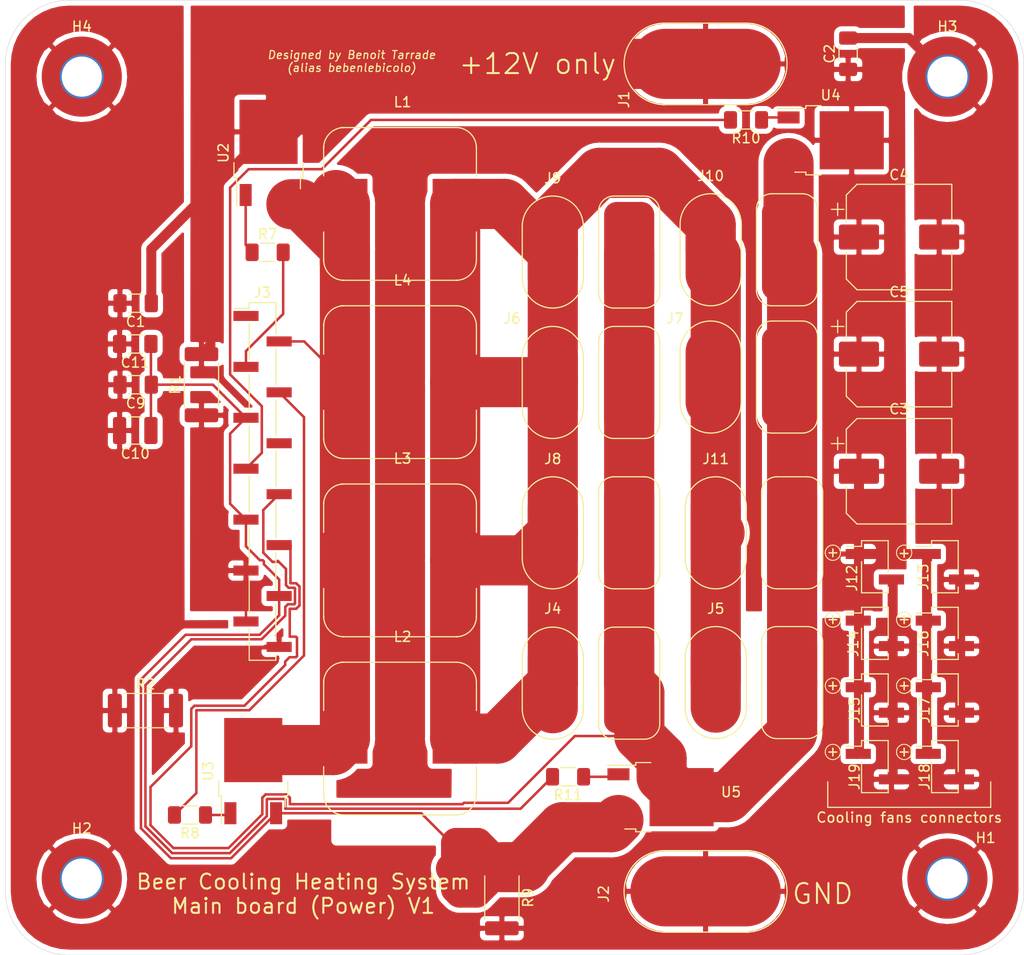
<source format=kicad_pcb>
(kicad_pcb (version 20171130) (host pcbnew 5.1.10)
  (layers (0 F.Cu signal) (31 B.Cu signal) (35 F.Paste user) (37 F.SilkS user) (38 B.Mask user) (39 F.Mask user) (44 Edge.Cuts user))
  (net 0 "")
  (net 1 GND)
  (net 2 +12V)
  (net 3 /ALS)
  (net 4 /PeltierLeft)
  (net 5 /AHO)
  (net 6 "Net-(R7-Pad1)")
  (net 7 /ALO)
  (net 8 "Net-(R8-Pad1)")
  (net 9 /BHO)
  (net 10 "Net-(R10-Pad1)")
  (net 11 /BLO)
  (net 12 "Net-(R11-Pad1)")
  (net 13 /BHS)
  (net 14 "Net-(J3-Pad6)")
  (net 15 /AHS)
  (net 16 "Net-(J3-Pad1)")
  (module Connector_PinHeader_2.54mm:PinHeader_1x02_P2.54mm_Vertical_SMD_Pin1Left (layer F.Cu) (at 245.491 115.824)
    (fp_text reference J19 (at -2.032 1.016 90) (layer F.SilkS))
    (fp_text value Conn_01x02)
    (pad 2 smd rect (at 1.655 1.27) (size 2.51 1) (layers F.Cu F.Paste F.Mask) (net 1 GND))
    (pad 1 smd rect (at -1.655 -1.27) (size 2.51 1) (layers F.Cu F.Paste F.Mask) (net 2 +12V))
  )
  (module Connector_PinHeader_2.54mm:PinHeader_1x02_P2.54mm_Vertical_SMD_Pin1Left (layer F.Cu) (at 252.476 115.824)
    (fp_text reference J18 (at -2.032 1.016 90) (layer F.SilkS))
    (fp_text value Conn_01x02)
    (pad 2 smd rect (at 1.655 1.27) (size 2.51 1) (layers F.Cu F.Paste F.Mask) (net 1 GND))
    (pad 1 smd rect (at -1.655 -1.27) (size 2.51 1) (layers F.Cu F.Paste F.Mask) (net 2 +12V))
  )
  (module Connector_PinHeader_2.54mm:PinHeader_1x02_P2.54mm_Vertical_SMD_Pin1Left (layer F.Cu) (at 252.476 109.177666)
    (fp_text reference J17 (at -2.032 1.016 90) (layer F.SilkS))
    (fp_text value Conn_01x02)
    (pad 2 smd rect (at 1.655 1.27) (size 2.51 1) (layers F.Cu F.Paste F.Mask) (net 1 GND))
    (pad 1 smd rect (at -1.655 -1.27) (size 2.51 1) (layers F.Cu F.Paste F.Mask) (net 2 +12V))
  )
  (module Connector_PinHeader_2.54mm:PinHeader_1x02_P2.54mm_Vertical_SMD_Pin1Left (layer F.Cu) (at 252.476 102.531333)
    (fp_text reference J16 (at -2.159 1.016 90) (layer F.SilkS))
    (fp_text value Conn_01x02)
    (pad 2 smd rect (at 1.655 1.27) (size 2.51 1) (layers F.Cu F.Paste F.Mask) (net 1 GND))
    (pad 1 smd rect (at -1.655 -1.27) (size 2.51 1) (layers F.Cu F.Paste F.Mask) (net 2 +12V))
  )
  (module Connector_PinHeader_2.54mm:PinHeader_1x02_P2.54mm_Vertical_SMD_Pin1Left (layer F.Cu) (at 245.491 109.177666)
    (fp_text reference J15 (at -2.032 1.016 90) (layer F.SilkS))
    (fp_text value Conn_01x02)
    (pad 2 smd rect (at 1.655 1.27) (size 2.51 1) (layers F.Cu F.Paste F.Mask) (net 1 GND))
    (pad 1 smd rect (at -1.655 -1.27) (size 2.51 1) (layers F.Cu F.Paste F.Mask) (net 2 +12V))
  )
  (module Connector_PinHeader_2.54mm:PinHeader_1x02_P2.54mm_Vertical_SMD_Pin1Left (layer F.Cu) (at 245.491 102.531333)
    (fp_text reference J14 (at -2.159 1.016 90) (layer F.SilkS))
    (fp_text value Conn_01x02)
    (pad 2 smd rect (at 1.655 1.27) (size 2.51 1) (layers F.Cu F.Paste F.Mask) (net 1 GND))
    (pad 1 smd rect (at -1.655 -1.27) (size 2.51 1) (layers F.Cu F.Paste F.Mask) (net 2 +12V))
  )
  (module Connector_PinHeader_2.54mm:PinHeader_1x02_P2.54mm_Vertical_SMD_Pin1Left (layer F.Cu) (at 252.476 95.885)
    (fp_text reference J13 (at -2.159 1.016 90) (layer F.SilkS))
    (fp_text value Conn_01x02)
    (pad 2 smd rect (at 1.655 1.27) (size 2.51 1) (layers F.Cu F.Paste F.Mask) (net 1 GND))
    (pad 1 smd rect (at -1.655 -1.27) (size 2.51 1) (layers F.Cu F.Paste F.Mask) (net 2 +12V))
  )
  (module Connector_PinHeader_2.54mm:PinHeader_1x02_P2.54mm_Vertical_SMD_Pin1Left (layer F.Cu) (at 245.491 95.885)
    (fp_text reference J12 (at -2.286 1.143 90) (layer F.SilkS))
    (fp_text value Conn_01x02)
    (pad 2 smd rect (at 1.655 1.27) (size 2.51 1) (layers F.Cu F.Paste F.Mask) (net 1 GND))
    (pad 1 smd rect (at -1.655 -1.27) (size 2.51 1) (layers F.Cu F.Paste F.Mask) (net 2 +12V))
  )
  (module Capacitor_SMD:CP_Elec_10x10 (layer F.Cu) (at 247.904 62.992)
    (fp_text reference C4 (at 0 -6.2) (layer F.SilkS))
    (fp_text value 470uF)
    (pad 2 smd roundrect (at 4 0) (size 4 2.5) (layers F.Cu F.Paste F.Mask) (roundrect_rratio 0.1) (net 1 GND))
    (pad 1 smd roundrect (at -4 0) (size 4 2.5) (layers F.Cu F.Paste F.Mask) (roundrect_rratio 0.1) (net 2 +12V))
  )
  (module Capacitor_SMD:CP_Elec_10x10 (layer F.Cu) (at 247.904 74.676)
    (fp_text reference C5 (at 0 -6.2) (layer F.SilkS))
    (fp_text value 470uF)
    (pad 2 smd roundrect (at 4 0) (size 4 2.5) (layers F.Cu F.Paste F.Mask) (roundrect_rratio 0.1) (net 1 GND))
    (pad 1 smd roundrect (at -4 0) (size 4 2.5) (layers F.Cu F.Paste F.Mask) (roundrect_rratio 0.1) (net 2 +12V))
  )
  (module Capacitor_SMD:CP_Elec_10x10 (layer F.Cu) (at 247.904 86.36)
    (fp_text reference C3 (at 0 -6.2) (layer F.SilkS))
    (fp_text value 470uF)
    (pad 2 smd roundrect (at 4 0) (size 4 2.5) (layers F.Cu F.Paste F.Mask) (roundrect_rratio 0.1) (net 1 GND))
    (pad 1 smd roundrect (at -4 0) (size 4 2.5) (layers F.Cu F.Paste F.Mask) (roundrect_rratio 0.1) (net 2 +12V))
  )
  (module Resistor_SMD:R_2512_6332Metric_Pad1.40x3.35mm_HandSolder (layer F.Cu) (at 172.72 110.236)
    (fp_text reference R2 (at 0 -2.62) (layer F.SilkS))
    (fp_text value 0)
    (pad 2 smd roundrect (at 3.05 0) (size 1.4 3.35) (layers F.Cu F.Paste F.Mask) (roundrect_rratio 0.1785707142857143) (net 1 GND))
    (pad 1 smd roundrect (at -3.05 0) (size 1.4 3.35) (layers F.Cu F.Paste F.Mask) (roundrect_rratio 0.1785707142857143) (net 1 GND))
  )
  (module Resistor_SMD:R_2512_6332Metric_Pad1.40x3.35mm_HandSolder (layer F.Cu) (at 178.308 77.724 90)
    (fp_text reference R1 (at 0 -2.62 90) (layer F.SilkS))
    (fp_text value 0)
    (pad 2 smd roundrect (at 3.05 0 90) (size 1.4 3.35) (layers F.Cu F.Paste F.Mask) (roundrect_rratio 0.1785707142857143) (net 2 +12V))
    (pad 1 smd roundrect (at -3.05 0 90) (size 1.4 3.35) (layers F.Cu F.Paste F.Mask) (roundrect_rratio 0.1785707142857143) (net 2 +12V))
  )
  (module Capacitor_SMD:C_1206_3216Metric_Pad1.33x1.80mm_HandSolder (layer F.Cu) (at 171.704 73.66 180)
    (fp_text reference C11 (at 0 -1.85) (layer F.SilkS))
    (fp_text value 1nF)
    (pad 2 smd roundrect (at 1.5625 0 180) (size 1.325 1.8) (layers F.Cu F.Paste F.Mask) (roundrect_rratio 0.1886784905660377) (net 1 GND))
    (pad 1 smd roundrect (at -1.5625 0 180) (size 1.325 1.8) (layers F.Cu F.Paste F.Mask) (roundrect_rratio 0.1886784905660377) (net 3 /ALS))
  )
  (module Capacitor_SMD:C_1210_3225Metric_Pad1.33x2.70mm_HandSolder (layer F.Cu) (at 171.704 82.296 180)
    (fp_text reference C10 (at 0 -2.3) (layer F.SilkS))
    (fp_text value 22nF)
    (pad 2 smd roundrect (at 1.5625 0 180) (size 1.325 2.7) (layers F.Cu F.Paste F.Mask) (roundrect_rratio 0.1886784905660377) (net 1 GND))
    (pad 1 smd roundrect (at -1.5625 0 180) (size 1.325 2.7) (layers F.Cu F.Paste F.Mask) (roundrect_rratio 0.1886784905660377) (net 3 /ALS))
  )
  (module Capacitor_SMD:C_1206_3216Metric_Pad1.33x1.80mm_HandSolder (layer F.Cu) (at 171.7425 77.724 180)
    (fp_text reference C9 (at 0 -1.85) (layer F.SilkS))
    (fp_text value 1nF)
    (pad 2 smd roundrect (at 1.5625 0 180) (size 1.325 1.8) (layers F.Cu F.Paste F.Mask) (roundrect_rratio 0.1886784905660377) (net 1 GND))
    (pad 1 smd roundrect (at -1.5625 0 180) (size 1.325 1.8) (layers F.Cu F.Paste F.Mask) (roundrect_rratio 0.1886784905660377) (net 3 /ALS))
  )
  (module Capacitor_SMD:C_1206_3216Metric_Pad1.33x1.80mm_HandSolder (layer F.Cu) (at 171.7425 69.596 180)
    (fp_text reference C1 (at 0 -1.85) (layer F.SilkS))
    (fp_text value 100nF)
    (pad 2 smd roundrect (at 1.5625 0 180) (size 1.325 1.8) (layers F.Cu F.Paste F.Mask) (roundrect_rratio 0.1886784905660377) (net 1 GND))
    (pad 1 smd roundrect (at -1.5625 0 180) (size 1.325 1.8) (layers F.Cu F.Paste F.Mask) (roundrect_rratio 0.1886784905660377) (net 2 +12V))
  )
  (module Connector_PinHeader_2.54mm:PinHeader_1x14_P2.54mm_Vertical_SMD_Pin1Left (layer F.Cu) (at 184.404 87.376)
    (fp_text reference J3 (at 0 -18.84) (layer F.SilkS))
    (fp_text value Conn_01x14)
    (pad 14 smd rect (at 1.655 16.51) (size 2.51 1) (layers F.Cu F.Paste F.Mask) (net 1 GND))
    (pad 12 smd rect (at 1.655 11.43) (size 2.51 1) (layers F.Cu F.Paste F.Mask) (net 3 /ALS))
    (pad 10 smd rect (at 1.655 6.35) (size 2.51 1) (layers F.Cu F.Paste F.Mask) (net 13 /BHS))
    (pad 8 smd rect (at 1.655 1.27) (size 2.51 1) (layers F.Cu F.Paste F.Mask) (net 11 /BLO))
    (pad 6 smd rect (at 1.655 -3.81) (size 2.51 1) (layers F.Cu F.Paste F.Mask) (net 14 "Net-(J3-Pad6)"))
    (pad 4 smd rect (at 1.655 -8.89) (size 2.51 1) (layers F.Cu F.Paste F.Mask) (net 7 /ALO))
    (pad 2 smd rect (at 1.655 -13.97) (size 2.51 1) (layers F.Cu F.Paste F.Mask) (net 15 /AHS))
    (pad 13 smd rect (at -1.655 13.97) (size 2.51 1) (layers F.Cu F.Paste F.Mask) (net 2 +12V))
    (pad 11 smd rect (at -1.655 8.89) (size 2.51 1) (layers F.Cu F.Paste F.Mask) (net 2 +12V))
    (pad 9 smd rect (at -1.655 3.81) (size 2.51 1) (layers F.Cu F.Paste F.Mask) (net 3 /ALS))
    (pad 7 smd rect (at -1.655 -1.27) (size 2.51 1) (layers F.Cu F.Paste F.Mask) (net 9 /BHO))
    (pad 5 smd rect (at -1.655 -6.35) (size 2.51 1) (layers F.Cu F.Paste F.Mask) (net 3 /ALS))
    (pad 3 smd rect (at -1.655 -11.43) (size 2.51 1) (layers F.Cu F.Paste F.Mask) (net 5 /AHO))
    (pad 1 smd rect (at -1.655 -16.51) (size 2.51 1) (layers F.Cu F.Paste F.Mask) (net 16 "Net-(J3-Pad1)"))
  )
  (module MountingHole:MountingHole_4mm_Pad_TopOnly (layer F.Cu) (at 252.73 46.99)
    (fp_text reference H3 (at 0 -5) (layer F.SilkS))
    (fp_text value MountingHole_Pad)
    (pad 1 connect circle (at 0 0) (size 8 8) (layers F.Cu F.Mask) (net 1 GND))
    (pad 1 thru_hole circle (at 0 0) (size 4.4 4.4) (drill 4) (layers *.Cu *.Mask) (net 1 GND))
  )
  (module MountingHole:MountingHole_4mm_Pad_TopOnly (layer F.Cu) (at 166.37 46.99)
    (fp_text reference H4 (at 0 -5) (layer F.SilkS))
    (fp_text value MountingHole_Pad)
    (pad 1 connect circle (at 0 0) (size 8 8) (layers F.Cu F.Mask) (net 1 GND))
    (pad 1 thru_hole circle (at 0 0) (size 4.4 4.4) (drill 4) (layers *.Cu *.Mask) (net 1 GND))
  )
  (module MountingHole:MountingHole_4mm_Pad_TopOnly (layer F.Cu) (at 166.37 127)
    (fp_text reference H2 (at 0 -5) (layer F.SilkS))
    (fp_text value MountingHole_Pad)
    (pad 1 connect circle (at 0 0) (size 8 8) (layers F.Cu F.Mask) (net 1 GND))
    (pad 1 thru_hole circle (at 0 0) (size 4.4 4.4) (drill 4) (layers *.Cu *.Mask) (net 1 GND))
  )
  (module MountingHole:MountingHole_4mm_Pad_TopOnly (layer F.Cu) (at 252.73 127)
    (fp_text reference H1 (at 3.81 -4.064) (layer F.SilkS))
    (fp_text value MountingHole_Pad)
    (pad 1 connect circle (at 0 0) (size 8 8) (layers F.Cu F.Mask) (net 1 GND))
    (pad 1 thru_hole circle (at 0 0) (size 4.4 4.4) (drill 4) (layers *.Cu *.Mask) (net 1 GND))
  )
  (module Package_TO_SOT_SMD:TO-252-2 (layer F.Cu) (at 224.111 118.871)
    (fp_text reference U5 (at 7.029 -0.507) (layer F.SilkS))
    (fp_text value STD80N6F6)
    (pad 2 smd rect (at 2.1 0) (size 6.4 5.8) (layers F.Cu F.Mask) (net 13 /BHS))
    (pad 3 smd rect (at -4.2 2.28) (size 2.2 1.2) (layers F.Cu F.Paste F.Mask) (net 3 /ALS))
    (pad 1 smd rect (at -4.2 -2.28) (size 2.2 1.2) (layers F.Cu F.Paste F.Mask) (net 12 "Net-(R11-Pad1)"))
  )
  (module Package_TO_SOT_SMD:TO-252-2 (layer F.Cu) (at 241.081 53.341)
    (fp_text reference U4 (at 0 -4.5) (layer F.SilkS))
    (fp_text value STD80N6F6)
    (pad 2 smd rect (at 2.1 0) (size 6.4 5.8) (layers F.Cu F.Mask) (net 2 +12V))
    (pad 3 smd rect (at -4.2 2.28) (size 2.2 1.2) (layers F.Cu F.Paste F.Mask) (net 13 /BHS))
    (pad 1 smd rect (at -4.2 -2.28) (size 2.2 1.2) (layers F.Cu F.Paste F.Mask) (net 10 "Net-(R10-Pad1)"))
  )
  (module Package_TO_SOT_SMD:TO-252-2 (layer F.Cu) (at 183.475 116.275 90)
    (fp_text reference U3 (at 0 -4.5 90) (layer F.SilkS))
    (fp_text value STD80N6F6)
    (pad 2 smd rect (at 2.1 0 90) (size 6.4 5.8) (layers F.Cu F.Mask) (net 15 /AHS))
    (pad 3 smd rect (at -4.2 2.28 90) (size 2.2 1.2) (layers F.Cu F.Paste F.Mask) (net 3 /ALS))
    (pad 1 smd rect (at -4.2 -2.28 90) (size 2.2 1.2) (layers F.Cu F.Paste F.Mask) (net 8 "Net-(R8-Pad1)"))
  )
  (module Package_TO_SOT_SMD:TO-252-2 (layer F.Cu) (at 185 54.6 90)
    (fp_text reference U2 (at 0 -4.5 90) (layer F.SilkS))
    (fp_text value STD80N6F6)
    (pad 2 smd rect (at 2.1 0 90) (size 6.4 5.8) (layers F.Cu F.Mask) (net 2 +12V))
    (pad 3 smd rect (at -4.2 2.28 90) (size 2.2 1.2) (layers F.Cu F.Paste F.Mask) (net 15 /AHS))
    (pad 1 smd rect (at -4.2 -2.28 90) (size 2.2 1.2) (layers F.Cu F.Paste F.Mask) (net 6 "Net-(R7-Pad1)"))
  )
  (module Resistor_SMD:R_1206_3216Metric_Pad1.30x1.75mm_HandSolder (layer F.Cu) (at 214.884 116.84 180)
    (fp_text reference R11 (at 0 -1.82) (layer F.SilkS))
    (fp_text value 3.3)
    (pad 2 smd roundrect (at 1.55 0 180) (size 1.3 1.75) (layers F.Cu F.Paste F.Mask) (roundrect_rratio 0.1923076923076923) (net 11 /BLO))
    (pad 1 smd roundrect (at -1.55 0 180) (size 1.3 1.75) (layers F.Cu F.Paste F.Mask) (roundrect_rratio 0.1923076923076923) (net 12 "Net-(R11-Pad1)"))
  )
  (module Resistor_SMD:R_1206_3216Metric_Pad1.30x1.75mm_HandSolder (layer F.Cu) (at 232.638 51.308 180)
    (fp_text reference R10 (at 0 -1.82) (layer F.SilkS))
    (fp_text value 3.3)
    (pad 2 smd roundrect (at 1.55 0 180) (size 1.3 1.75) (layers F.Cu F.Paste F.Mask) (roundrect_rratio 0.1923076923076923) (net 9 /BHO))
    (pad 1 smd roundrect (at -1.55 0 180) (size 1.3 1.75) (layers F.Cu F.Paste F.Mask) (roundrect_rratio 0.1923076923076923) (net 10 "Net-(R10-Pad1)"))
  )
  (module Resistor_SMD:R_2512_6332Metric_Pad1.40x3.35mm_HandSolder (layer F.Cu) (at 208.28 128.905 270)
    (fp_text reference R9 (at 0 -2.62 90) (layer F.SilkS))
    (fp_text value 0.01)
    (pad 2 smd roundrect (at 3.05 0 270) (size 1.4 3.35) (layers F.Cu F.Paste F.Mask) (roundrect_rratio 0.1785707142857143) (net 1 GND))
    (pad 1 smd roundrect (at -3.05 0 270) (size 1.4 3.35) (layers F.Cu F.Paste F.Mask) (roundrect_rratio 0.1785707142857143) (net 3 /ALS))
  )
  (module Resistor_SMD:R_1206_3216Metric_Pad1.30x1.75mm_HandSolder (layer F.Cu) (at 177.165 120.65 180)
    (fp_text reference R8 (at 0 -1.82) (layer F.SilkS))
    (fp_text value 3.3)
    (pad 2 smd roundrect (at 1.55 0 180) (size 1.3 1.75) (layers F.Cu F.Paste F.Mask) (roundrect_rratio 0.1923076923076923) (net 7 /ALO))
    (pad 1 smd roundrect (at -1.55 0 180) (size 1.3 1.75) (layers F.Cu F.Paste F.Mask) (roundrect_rratio 0.1923076923076923) (net 8 "Net-(R8-Pad1)"))
  )
  (module Resistor_SMD:R_1206_3216Metric_Pad1.30x1.75mm_HandSolder (layer F.Cu) (at 184.912 64.516)
    (fp_text reference R7 (at 0 -1.82) (layer F.SilkS))
    (fp_text value 3.3)
    (pad 2 smd roundrect (at 1.55 0) (size 1.3 1.75) (layers F.Cu F.Paste F.Mask) (roundrect_rratio 0.1923076923076923) (net 5 /AHO))
    (pad 1 smd roundrect (at -1.55 0) (size 1.3 1.75) (layers F.Cu F.Paste F.Mask) (roundrect_rratio 0.1923076923076923) (net 6 "Net-(R7-Pad1)"))
  )
  (module PeltierSwitchingMainBoard:L_Bourns_SRP1270 (layer F.Cu) (at 198.12 77.47)
    (fp_text reference L4 (at 0.254 -10.16) (layer F.SilkS))
    (fp_text value SRP1270-100M)
    (pad 2 smd rect (at 5.5 0) (size 4.5 5) (layers F.Cu F.Paste F.Mask) (net 4 /PeltierLeft))
    (pad 1 smd rect (at -5.5 0) (size 4.5 5) (layers F.Cu F.Paste F.Mask) (net 15 /AHS))
  )
  (module PeltierSwitchingMainBoard:L_Bourns_SRP1270 (layer F.Cu) (at 198.12 95.25)
    (fp_text reference L3 (at 0.254 -10.16) (layer F.SilkS))
    (fp_text value SRP1270-100M)
    (pad 2 smd rect (at 5.5 0) (size 4.5 5) (layers F.Cu F.Paste F.Mask) (net 4 /PeltierLeft))
    (pad 1 smd rect (at -5.5 0) (size 4.5 5) (layers F.Cu F.Paste F.Mask) (net 15 /AHS))
  )
  (module PeltierSwitchingMainBoard:L_Bourns_SRP1270 (layer F.Cu) (at 198.12 113.03)
    (fp_text reference L2 (at 0.254 -10.16) (layer F.SilkS))
    (fp_text value SRP1270-100M)
    (pad 2 smd rect (at 5.5 0) (size 4.5 5) (layers F.Cu F.Paste F.Mask) (net 4 /PeltierLeft))
    (pad 1 smd rect (at -5.5 0) (size 4.5 5) (layers F.Cu F.Paste F.Mask) (net 15 /AHS))
  )
  (module PeltierSwitchingMainBoard:L_Bourns_SRP1270 (layer F.Cu) (at 198.12 59.69)
    (fp_text reference L1 (at 0.254 -10.16) (layer F.SilkS))
    (fp_text value SRP1270-100M)
    (pad 2 smd rect (at 5.5 0) (size 4.5 5) (layers F.Cu F.Paste F.Mask) (net 4 /PeltierLeft))
    (pad 1 smd rect (at -5.5 0) (size 4.5 5) (layers F.Cu F.Paste F.Mask) (net 15 /AHS))
  )
  (module PeltierSwitchingMainBoard:Power_Solder_Pad_5x10mm_02 (layer F.Cu) (at 229.616 90.214)
    (fp_text reference J11 (at 0 -5.08) (layer F.SilkS))
    (fp_text value Conn_01x02)
    (pad 2 smd roundrect (at 7.62 2.286) (size 5 10) (layers F.Cu F.Paste F.Mask) (net 13 /BHS))
    (pad 1 smd oval (at 0 2.286) (size 5 10) (layers F.Cu F.Paste F.Mask) (net 4 /PeltierLeft))
  )
  (module PeltierSwitchingMainBoard:Power_Solder_Pad_5x10mm_02 (layer F.Cu) (at 229.108 61.976)
    (fp_text reference J10 (at 0 -5.08) (layer F.SilkS))
    (fp_text value Conn_01x02)
    (pad 2 smd roundrect (at 7.62 2.286) (size 5 10) (layers F.Cu F.Paste F.Mask) (net 13 /BHS))
    (pad 1 smd oval (at 0 2.286) (size 5 10) (layers F.Cu F.Paste F.Mask) (net 4 /PeltierLeft))
  )
  (module PeltierSwitchingMainBoard:Power_Solder_Pad_5x10mm_02 (layer F.Cu) (at 213.36 62.204)
    (fp_text reference J9 (at 0 -5.08) (layer F.SilkS))
    (fp_text value Conn_01x02)
    (pad 2 smd roundrect (at 7.62 2.286) (size 5 10) (layers F.Cu F.Paste F.Mask) (net 13 /BHS))
    (pad 1 smd oval (at 0 2.286) (size 5 10) (layers F.Cu F.Paste F.Mask) (net 4 /PeltierLeft))
  )
  (module PeltierSwitchingMainBoard:Power_Solder_Pad_5x10mm_02 (layer F.Cu) (at 213.36 90.214)
    (fp_text reference J8 (at 0 -5.08) (layer F.SilkS))
    (fp_text value Conn_01x02)
    (pad 2 smd roundrect (at 7.62 2.286) (size 5 10) (layers F.Cu F.Paste F.Mask) (net 13 /BHS))
    (pad 1 smd oval (at 0 2.286) (size 5 10) (layers F.Cu F.Paste F.Mask) (net 4 /PeltierLeft))
  )
  (module PeltierSwitchingMainBoard:Power_Solder_Pad_5x10mm_02 (layer F.Cu) (at 229.108 74.676)
    (fp_text reference J7 (at -3.556 -3.556) (layer F.SilkS))
    (fp_text value Conn_01x02)
    (pad 2 smd roundrect (at 7.62 2.286) (size 5 10) (layers F.Cu F.Paste F.Mask) (net 13 /BHS))
    (pad 1 smd oval (at 0 2.286) (size 5 10) (layers F.Cu F.Paste F.Mask) (net 4 /PeltierLeft))
  )
  (module PeltierSwitchingMainBoard:Power_Solder_Pad_5x10mm_02 (layer F.Cu) (at 213.36 75.214)
    (fp_text reference J6 (at -4.064 -4.094) (layer F.SilkS))
    (fp_text value Conn_01x02)
    (pad 2 smd roundrect (at 7.62 2.286) (size 5 10) (layers F.Cu F.Paste F.Mask) (net 13 /BHS))
    (pad 1 smd oval (at 0 2.286) (size 5 10) (layers F.Cu F.Paste F.Mask) (net 4 /PeltierLeft))
  )
  (module PeltierSwitchingMainBoard:Power_Solder_Pad_5x10mm_02 (layer F.Cu) (at 229.616 105.156)
    (fp_text reference J5 (at 0 -5.08) (layer F.SilkS))
    (fp_text value Conn_01x02)
    (pad 2 smd roundrect (at 7.62 2.286) (size 5 10) (layers F.Cu F.Paste F.Mask) (net 13 /BHS))
    (pad 1 smd oval (at 0 2.286) (size 5 10) (layers F.Cu F.Paste F.Mask) (net 4 /PeltierLeft))
  )
  (module PeltierSwitchingMainBoard:Power_Solder_Pad_5x10mm_02 (layer F.Cu) (at 213.36 105.214)
    (fp_text reference J4 (at 0 -5.138) (layer F.SilkS))
    (fp_text value Conn_01x02)
    (pad 2 smd roundrect (at 7.62 2.286) (size 5 10) (layers F.Cu F.Paste F.Mask) (net 13 /BHS))
    (pad 1 smd oval (at 0 2.286) (size 5 10) (layers F.Cu F.Paste F.Mask) (net 4 /PeltierLeft))
  )
  (module PeltierSwitchingMainBoard:Power_Solder_Pad_7x15mm (layer F.Cu) (at 232.918 128.27 270)
    (fp_text reference J2 (at 0.254 14.478 90) (layer F.SilkS))
    (fp_text value GNDIn)
    (pad 1 smd oval (at 0 4.318 270) (size 7 15) (layers F.Cu F.Paste F.Mask) (net 1 GND))
  )
  (module PeltierSwitchingMainBoard:Power_Solder_Pad_7x15mm (layer F.Cu) (at 224.282 45.72 90)
    (fp_text reference J1 (at -3.556 -3.81 90) (layer F.SilkS))
    (fp_text value +12VIn)
    (pad 1 smd oval (at 0 4.318 90) (size 7 15) (layers F.Cu F.Paste F.Mask) (net 2 +12V))
  )
  (module Capacitor_SMD:C_1206_3216Metric_Pad1.33x1.80mm_HandSolder (layer F.Cu) (at 242.824 44.704 90)
    (fp_text reference C2 (at 0 -1.85 90) (layer F.SilkS))
    (fp_text value 100nF)
    (pad 2 smd roundrect (at 1.5625 0 90) (size 1.325 1.8) (layers F.Cu F.Paste F.Mask) (roundrect_rratio 0.1886784905660377) (net 1 GND))
    (pad 1 smd roundrect (at -1.5625 0 90) (size 1.325 1.8) (layers F.Cu F.Paste F.Mask) (roundrect_rratio 0.1886784905660377) (net 2 +12V))
  )
  (gr_text "Designed by Benoit Tarrade\n(alias bebenlebicolo)" (at 193.294 45.466) (layer F.SilkS) (effects (font (size 0.8 0.8) (thickness 0.12) italic)))
  (gr_text "+12V only" (at 211.836 45.72) (layer F.SilkS) (effects (font (size 2 2) (thickness 0.2))))
  (gr_text GND (at 240.284 128.524) (layer F.SilkS) (effects (font (size 2 2) (thickness 0.2))))
  (gr_text "Beer Cooling Heating System\nMain board (Power) V1" (at 188.468 128.524) (layer F.SilkS) (effects (font (size 1.5 1.5) (thickness 0.2))))
  (gr_text "Cooling fans connectors" (at 248.92 120.904) (layer F.SilkS) (effects (font (size 1 1))))
  (gr_line (start 240.792 119.888) (end 240.792 117.348) (layer F.SilkS) (width 0.12))
  (gr_line (start 257.048 119.888) (end 240.792 119.888) (layer F.SilkS) (width 0.12))
  (gr_line (start 257.048 117.348) (end 257.048 119.888) (layer F.SilkS) (width 0.12))
  (gr_circle (center 248.412 114.3635) (end 249.174 114.3635) (layer F.SilkS) (width 0.1))
  (gr_circle (center 241.3 114.3635) (end 242.062 114.3635) (layer F.SilkS) (width 0.1))
  (gr_circle (center 241.3 107.7595) (end 242.062 107.7595) (layer F.SilkS) (width 0.1))
  (gr_circle (center 248.412 107.7595) (end 249.174 107.7595) (layer F.SilkS) (width 0.1))
  (gr_circle (center 248.412 101.1555) (end 249.174 101.1555) (layer F.SilkS) (width 0.1))
  (gr_circle (center 248.412 94.488) (end 249.174 94.488) (layer F.SilkS) (width 0.1))
  (gr_circle (center 241.3 101.1555) (end 242.062 101.1555) (layer F.SilkS) (width 0.1))
  (gr_circle (center 241.3 94.488) (end 242.062 94.488) (layer F.SilkS) (width 0.1))
  (gr_text + (at 248.412 94.488) (layer F.SilkS) (effects (font (size 1 1))))
  (gr_text + (at 241.3 94.4245) (layer F.SilkS) (effects (font (size 1 1))))
  (gr_text + (at 241.3 101.092) (layer F.SilkS) (effects (font (size 1 1))))
  (gr_text + (at 248.412 101.092) (layer F.SilkS) (effects (font (size 1 1))))
  (gr_text + (at 248.412 107.696) (layer F.SilkS) (effects (font (size 1 1))))
  (gr_text + (at 248.412 114.3) (layer F.SilkS) (effects (font (size 1 1))))
  (gr_text + (at 241.3 114.3) (layer F.SilkS) (effects (font (size 1 1))))
  (gr_text + (at 241.3 107.696) (layer F.SilkS) (effects (font (size 1 1))))
  (gr_line (start 260.35 128.27) (end 260.35 45.72) (layer Edge.Cuts) (width 0.05))
  (gr_line (start 165.1 134.62) (end 254 134.62) (layer Edge.Cuts) (width 0.05))
  (gr_line (start 158.75 45.72) (end 158.75 128.27) (layer Edge.Cuts) (width 0.05))
  (gr_arc (start 165.1 45.72) (end 165.1 39.37) (angle -90) (layer Edge.Cuts) (width 0.05))
  (gr_arc (start 165.1 128.27) (end 158.75 128.27) (angle -90) (layer Edge.Cuts) (width 0.05))
  (gr_arc (start 254 128.27) (end 254 134.62) (angle -90) (layer Edge.Cuts) (width 0.05))
  (gr_arc (start 254 45.72) (end 260.35 45.72) (angle -90) (layer Edge.Cuts) (width 0.05))
  (gr_line (start 165.1 39.37) (end 254 39.37) (layer Edge.Cuts) (width 0.05))
  (segment (start 248.8815 43.1415) (end 252.73 46.99) (width 1) (layer F.Cu) (net 1))
  (segment (start 242.824 43.1415) (end 248.8815 43.1415) (width 1) (layer F.Cu) (net 1))
  (segment (start 247.268 116.84) (end 247.014 117.094) (width 1) (layer F.Cu) (net 1))
  (segment (start 247.268 97.155) (end 247.268 116.84) (width 1) (layer F.Cu) (net 1))
  (segment (start 247.014 117.094) (end 254.126 117.094) (width 1) (layer F.Cu) (net 1))
  (segment (start 253.999 116.967) (end 254.126 117.094) (width 1) (layer F.Cu) (net 1))
  (segment (start 253.999 97.282) (end 253.999 116.967) (width 1) (layer F.Cu) (net 1))
  (segment (start 191.78 45.72) (end 228.6 45.72) (width 5) (layer F.Cu) (net 2))
  (segment (start 185 52.5) (end 191.78 45.72) (width 5) (layer F.Cu) (net 2))
  (segment (start 173.305 69.596) (end 173.305 64.195) (width 1) (layer F.Cu) (net 2))
  (segment (start 182.749 96.266) (end 182.749 101.346) (width 0.25) (layer F.Cu) (net 2))
  (segment (start 179.202 73.78) (end 178.308 74.674) (width 1) (layer F.Cu) (net 2))
  (segment (start 179.202 58.298) (end 179.202 73.78) (width 1) (layer F.Cu) (net 2))
  (segment (start 173.305 64.195) (end 179.202 58.298) (width 1) (layer F.Cu) (net 2))
  (segment (start 179.202 58.298) (end 185 52.5) (width 1) (layer F.Cu) (net 2))
  (segment (start 243.904 114.364) (end 243.714 114.554) (width 1) (layer F.Cu) (net 2))
  (segment (start 243.904 86.36) (end 243.904 114.364) (width 1) (layer F.Cu) (net 2))
  (segment (start 250.572 94.615) (end 250.699 94.742) (width 1) (layer F.Cu) (net 2))
  (segment (start 243.968 94.615) (end 250.572 94.615) (width 1) (layer F.Cu) (net 2))
  (segment (start 250.699 114.427) (end 250.826 114.554) (width 1) (layer F.Cu) (net 2))
  (segment (start 250.699 94.742) (end 250.699 114.427) (width 1) (layer F.Cu) (net 2))
  (segment (start 203.331 125.855) (end 203.202 125.984) (width 3) (layer F.Cu) (net 3))
  (segment (start 208.28 125.855) (end 205.869 123.444) (width 3) (layer F.Cu) (net 3))
  (segment (start 205.869 123.444) (end 203.708 123.444) (width 3) (layer F.Cu) (net 3))
  (segment (start 208.28 125.855) (end 205.74 128.395) (width 3) (layer F.Cu) (net 3))
  (segment (start 205.74 128.395) (end 204.087 128.395) (width 3) (layer F.Cu) (net 3))
  (segment (start 203.708 128.016) (end 204.087 128.395) (width 3) (layer F.Cu) (net 3))
  (segment (start 203.708 123.444) (end 203.708 128.016) (width 3) (layer F.Cu) (net 3))
  (segment (start 203.202 125.984) (end 204.216 125.984) (width 0.25) (layer F.Cu) (net 3))
  (segment (start 214.32903 121.86999) (end 219.19201 121.86999) (width 5) (layer F.Cu) (net 3))
  (segment (start 210.57999 125.61903) (end 214.32903 121.86999) (width 5) (layer F.Cu) (net 3))
  (segment (start 219.19201 121.86999) (end 219.911 121.151) (width 5) (layer F.Cu) (net 3))
  (segment (start 210.57999 125.855) (end 210.57999 125.61903) (width 5) (layer F.Cu) (net 3))
  (segment (start 208.28 125.855) (end 210.57999 125.855) (width 5) (layer F.Cu) (net 3))
  (segment (start 173.2665 73.66) (end 173.2665 82.296) (width 0.25) (layer F.Cu) (net 3))
  (segment (start 179.447 77.724) (end 182.749 81.026) (width 0.25) (layer F.Cu) (net 3))
  (segment (start 173.305 77.724) (end 179.447 77.724) (width 0.25) (layer F.Cu) (net 3))
  (segment (start 200.231 120.475) (end 205.611 125.855) (width 0.25) (layer F.Cu) (net 3))
  (segment (start 185.755 120.475) (end 200.231 120.475) (width 0.25) (layer F.Cu) (net 3))
  (segment (start 205.611 125.855) (end 203.331 125.855) (width 3) (layer F.Cu) (net 3))
  (segment (start 208.28 125.855) (end 205.611 125.855) (width 3) (layer F.Cu) (net 3))
  (segment (start 181.168999 82.606001) (end 181.168999 89.605999) (width 0.25) (layer F.Cu) (net 3))
  (segment (start 181.168999 89.605999) (end 182.749 91.186) (width 0.25) (layer F.Cu) (net 3))
  (segment (start 182.749 81.026) (end 181.168999 82.606001) (width 0.25) (layer F.Cu) (net 3))
  (segment (start 184.140999 95.240999) (end 182.749 93.849) (width 0.25) (layer F.Cu) (net 3))
  (segment (start 184.529001 95.345999) (end 184.424001 95.240999) (width 0.25) (layer F.Cu) (net 3))
  (segment (start 182.749 93.849) (end 182.749 91.186) (width 0.25) (layer F.Cu) (net 3))
  (segment (start 184.424001 95.240999) (end 184.140999 95.240999) (width 0.25) (layer F.Cu) (net 3))
  (segment (start 184.529001 95.629001) (end 184.529001 95.345999) (width 0.25) (layer F.Cu) (net 3))
  (segment (start 186.059 97.159) (end 184.529001 95.629001) (width 0.25) (layer F.Cu) (net 3))
  (segment (start 186.059 98.806) (end 186.059 97.159) (width 0.25) (layer F.Cu) (net 3))
  (segment (start 181.262 124.968) (end 185.755 120.475) (width 0.25) (layer F.Cu) (net 3))
  (segment (start 175.26 124.968) (end 181.262 124.968) (width 0.25) (layer F.Cu) (net 3))
  (segment (start 172.269989 121.977989) (end 175.26 124.968) (width 0.25) (layer F.Cu) (net 3))
  (segment (start 176.726011 102.673989) (end 172.269989 107.130011) (width 0.25) (layer F.Cu) (net 3))
  (segment (start 184.121013 102.673989) (end 176.726011 102.673989) (width 0.25) (layer F.Cu) (net 3))
  (segment (start 186.059 100.736002) (end 184.121013 102.673989) (width 0.25) (layer F.Cu) (net 3))
  (segment (start 172.269989 107.130011) (end 172.269989 121.977989) (width 0.25) (layer F.Cu) (net 3))
  (segment (start 186.059 98.806) (end 186.059 100.736002) (width 0.25) (layer F.Cu) (net 3))
  (segment (start 229.88 92.38) (end 230 92.5) (width 5) (layer F.Cu) (net 4))
  (segment (start 229.616 64.77) (end 229.108 64.262) (width 5) (layer F.Cu) (net 4))
  (segment (start 229.616 107.442) (end 229.616 64.77) (width 5) (layer F.Cu) (net 4))
  (segment (start 213.36 61.241) (end 213.36 64.49) (width 5) (layer F.Cu) (net 4))
  (segment (start 218.01101 56.58999) (end 213.36 61.241) (width 5) (layer F.Cu) (net 4))
  (segment (start 223.94899 56.58999) (end 218.01101 56.58999) (width 5) (layer F.Cu) (net 4))
  (segment (start 229.108 61.749) (end 223.94899 56.58999) (width 5) (layer F.Cu) (net 4))
  (segment (start 229.108 64.262) (end 229.108 61.749) (width 5) (layer F.Cu) (net 4))
  (segment (start 213.36 64.49) (end 213.36 107.5) (width 5) (layer F.Cu) (net 4))
  (segment (start 203.62 59.69) (end 203.62 113.03) (width 5) (layer F.Cu) (net 4))
  (segment (start 210.61 95.25) (end 213.36 92.5) (width 5) (layer F.Cu) (net 4))
  (segment (start 203.62 95.25) (end 210.61 95.25) (width 5) (layer F.Cu) (net 4))
  (segment (start 207.83 113.03) (end 213.36 107.5) (width 5) (layer F.Cu) (net 4))
  (segment (start 203.62 113.03) (end 207.83 113.03) (width 5) (layer F.Cu) (net 4))
  (segment (start 213.33 77.47) (end 213.36 77.5) (width 5) (layer F.Cu) (net 4))
  (segment (start 203.62 77.47) (end 213.33 77.47) (width 5) (layer F.Cu) (net 4))
  (segment (start 208.56 59.69) (end 213.36 64.49) (width 5) (layer F.Cu) (net 4))
  (segment (start 203.62 59.69) (end 208.56 59.69) (width 5) (layer F.Cu) (net 4))
  (segment (start 186.462 70.662998) (end 186.462 64.516) (width 0.25) (layer F.Cu) (net 5))
  (segment (start 182.749 74.375998) (end 186.462 70.662998) (width 0.25) (layer F.Cu) (net 5))
  (segment (start 182.749 75.946) (end 182.749 74.375998) (width 0.25) (layer F.Cu) (net 5))
  (segment (start 182.72 63.77159) (end 183.413205 64.464795) (width 0.25) (layer F.Cu) (net 6))
  (segment (start 182.72 58.8) (end 182.72 63.77159) (width 0.25) (layer F.Cu) (net 6))
  (segment (start 177.8 118.465) (end 175.615 120.65) (width 0.25) (layer F.Cu) (net 7))
  (segment (start 177.8 110.199988) (end 177.8 118.465) (width 0.25) (layer F.Cu) (net 7))
  (segment (start 188.539023 104.74239) (end 183.081425 110.199988) (width 0.25) (layer F.Cu) (net 7))
  (segment (start 183.081425 110.199988) (end 177.8 110.199988) (width 0.25) (layer F.Cu) (net 7))
  (segment (start 188.539023 80.966023) (end 188.539023 104.74239) (width 0.25) (layer F.Cu) (net 7))
  (segment (start 186.059 78.486) (end 188.539023 80.966023) (width 0.25) (layer F.Cu) (net 7))
  (segment (start 181.02 120.65) (end 181.195 120.475) (width 0.25) (layer F.Cu) (net 8))
  (segment (start 178.715 120.65) (end 181.02 120.65) (width 0.25) (layer F.Cu) (net 8))
  (segment (start 195.226834 51.308) (end 231.088 51.308) (width 0.25) (layer F.Cu) (net 9))
  (segment (start 190.309833 56.225001) (end 195.226834 51.308) (width 0.25) (layer F.Cu) (net 9))
  (segment (start 183.009997 56.225001) (end 190.309833 56.225001) (width 0.25) (layer F.Cu) (net 9))
  (segment (start 181.168999 58.065999) (end 183.009997 56.225001) (width 0.25) (layer F.Cu) (net 9))
  (segment (start 184.329001 79.866003) (end 181.168999 76.706001) (width 0.25) (layer F.Cu) (net 9))
  (segment (start 181.168999 76.706001) (end 181.168999 58.065999) (width 0.25) (layer F.Cu) (net 9))
  (segment (start 184.329001 84.525999) (end 184.329001 79.866003) (width 0.25) (layer F.Cu) (net 9))
  (segment (start 182.749 86.106) (end 184.329001 84.525999) (width 0.25) (layer F.Cu) (net 9))
  (segment (start 234.435 51.061) (end 234.188 51.308) (width 0.25) (layer F.Cu) (net 10))
  (segment (start 236.881 51.061) (end 234.435 51.061) (width 0.25) (layer F.Cu) (net 10))
  (segment (start 184.478999 90.226001) (end 186.059 88.646) (width 0.25) (layer F.Cu) (net 11))
  (segment (start 184.478999 94.486001) (end 184.478999 90.226001) (width 0.25) (layer F.Cu) (net 11))
  (segment (start 185.394294 95.401296) (end 184.478999 94.486001) (width 0.25) (layer F.Cu) (net 11))
  (segment (start 186.030704 95.401296) (end 185.394294 95.401296) (width 0.25) (layer F.Cu) (net 11))
  (segment (start 186.030704 95.401296) (end 185.928 95.298592) (width 0.25) (layer F.Cu) (net 11))
  (segment (start 210.14901 120.02499) (end 210.299 119.875) (width 0.25) (layer F.Cu) (net 11))
  (segment (start 186.680001 120.02499) (end 210.14901 120.02499) (width 0.25) (layer F.Cu) (net 11))
  (segment (start 186.615001 119.049999) (end 186.680001 119.114999) (width 0.25) (layer F.Cu) (net 11))
  (segment (start 210.299 119.875) (end 213.334 116.84) (width 0.25) (layer F.Cu) (net 11))
  (segment (start 184.829999 119.114999) (end 184.894999 119.049999) (width 0.25) (layer F.Cu) (net 11))
  (segment (start 175.38841 124.46) (end 181.13359 124.46) (width 0.25) (layer F.Cu) (net 11))
  (segment (start 172.72 107.696) (end 172.72 121.79159) (width 0.25) (layer F.Cu) (net 11))
  (segment (start 186.680001 119.114999) (end 186.680001 120.02499) (width 0.25) (layer F.Cu) (net 11))
  (segment (start 186.030704 95.401296) (end 186.738979 96.109571) (width 0.25) (layer F.Cu) (net 11))
  (segment (start 187.00259 97.980999) (end 187.574001 97.980999) (width 0.25) (layer F.Cu) (net 11))
  (segment (start 184.894999 119.049999) (end 186.615001 119.049999) (width 0.25) (layer F.Cu) (net 11))
  (segment (start 187.574001 97.980999) (end 187.639001 98.045999) (width 0.25) (layer F.Cu) (net 11))
  (segment (start 184.829999 120.763591) (end 184.829999 119.114999) (width 0.25) (layer F.Cu) (net 11))
  (segment (start 184.307413 103.124) (end 177.292 103.124) (width 0.25) (layer F.Cu) (net 11))
  (segment (start 187.639001 98.045999) (end 187.639001 99.566001) (width 0.25) (layer F.Cu) (net 11))
  (segment (start 187.639001 99.566001) (end 187.574001 99.631001) (width 0.25) (layer F.Cu) (net 11))
  (segment (start 186.738979 97.717388) (end 187.00259 97.980999) (width 0.25) (layer F.Cu) (net 11))
  (segment (start 187.574001 99.631001) (end 186.931567 99.631001) (width 0.25) (layer F.Cu) (net 11))
  (segment (start 186.931567 99.631001) (end 186.667956 99.894612) (width 0.25) (layer F.Cu) (net 11))
  (segment (start 172.72 121.79159) (end 175.38841 124.46) (width 0.25) (layer F.Cu) (net 11))
  (segment (start 186.738979 96.109571) (end 186.738979 97.717388) (width 0.25) (layer F.Cu) (net 11))
  (segment (start 186.667956 99.894612) (end 186.667956 100.763457) (width 0.25) (layer F.Cu) (net 11))
  (segment (start 186.667956 100.763457) (end 184.307413 103.124) (width 0.25) (layer F.Cu) (net 11))
  (segment (start 181.13359 124.46) (end 184.829999 120.763591) (width 0.25) (layer F.Cu) (net 11))
  (segment (start 177.292 103.124) (end 172.72 107.696) (width 0.25) (layer F.Cu) (net 11))
  (segment (start 219.662 116.84) (end 219.911 116.591) (width 0.25) (layer F.Cu) (net 12))
  (segment (start 216.434 116.84) (end 219.662 116.84) (width 0.25) (layer F.Cu) (net 12))
  (segment (start 220.98 64.49) (end 220.98 107.5) (width 5) (layer F.Cu) (net 13))
  (segment (start 237.236 64.77) (end 236.728 64.262) (width 5) (layer F.Cu) (net 13))
  (segment (start 237.236 107.442) (end 237.236 64.77) (width 5) (layer F.Cu) (net 13))
  (segment (start 236.881 64.109) (end 236.728 64.262) (width 5) (layer F.Cu) (net 13))
  (segment (start 236.881 55.621) (end 236.881 64.109) (width 5) (layer F.Cu) (net 13))
  (segment (start 237.236 112.442) (end 237.236 107.442) (width 5) (layer F.Cu) (net 13))
  (segment (start 230.807 118.871) (end 237.236 112.442) (width 5) (layer F.Cu) (net 13))
  (segment (start 226.211 118.871) (end 230.807 118.871) (width 5) (layer F.Cu) (net 13))
  (segment (start 221.996 108.516) (end 220.98 107.5) (width 5) (layer F.Cu) (net 13))
  (segment (start 221.996 112.776) (end 221.996 108.516) (width 5) (layer F.Cu) (net 13))
  (segment (start 224.21599 114.99599) (end 221.996 112.776) (width 5) (layer F.Cu) (net 13))
  (segment (start 224.21599 116.87599) (end 224.21599 114.99599) (width 5) (layer F.Cu) (net 13))
  (segment (start 226.211 118.871) (end 224.21599 116.87599) (width 5) (layer F.Cu) (net 13))
  (segment (start 187.18899 93.726) (end 186.059 93.726) (width 0.25) (layer F.Cu) (net 13))
  (segment (start 187.18899 97.530988) (end 187.18899 93.726) (width 0.25) (layer F.Cu) (net 13))
  (segment (start 181.00518 123.952) (end 175.51682 123.952) (width 0.25) (layer F.Cu) (net 13))
  (segment (start 184.379988 120.577192) (end 181.00518 123.952) (width 0.25) (layer F.Cu) (net 13))
  (segment (start 184.379988 118.928599) (end 184.379988 120.577192) (width 0.25) (layer F.Cu) (net 13))
  (segment (start 187.130012 118.928599) (end 186.801401 118.599988) (width 0.25) (layer F.Cu) (net 13))
  (segment (start 184.708599 118.599988) (end 184.379988 118.928599) (width 0.25) (layer F.Cu) (net 13))
  (segment (start 187.760401 97.530988) (end 187.18899 97.530988) (width 0.25) (layer F.Cu) (net 13))
  (segment (start 187.130012 119.574979) (end 187.130012 118.928599) (width 0.25) (layer F.Cu) (net 13))
  (segment (start 215.55981 112.776) (end 208.897821 119.437989) (width 0.25) (layer F.Cu) (net 13))
  (segment (start 186.659402 105.349189) (end 187.097591 104.911001) (width 0.25) (layer F.Cu) (net 13))
  (segment (start 186.801401 118.599988) (end 184.708599 118.599988) (width 0.25) (layer F.Cu) (net 13))
  (segment (start 187.097591 104.911001) (end 187.734001 104.911001) (width 0.25) (layer F.Cu) (net 13))
  (segment (start 188.089012 99.752401) (end 188.089012 97.859599) (width 0.25) (layer F.Cu) (net 13))
  (segment (start 204.496646 119.437989) (end 204.359656 119.574979) (width 0.25) (layer F.Cu) (net 13))
  (segment (start 173.228 121.66318) (end 173.228 117.856) (width 0.25) (layer F.Cu) (net 13))
  (segment (start 177.6136 109.749977) (end 182.601203 109.749977) (width 0.25) (layer F.Cu) (net 13))
  (segment (start 188.089012 97.859599) (end 187.760401 97.530988) (width 0.25) (layer F.Cu) (net 13))
  (segment (start 204.359656 119.574979) (end 187.130012 119.574979) (width 0.25) (layer F.Cu) (net 13))
  (segment (start 173.228 117.856) (end 177.292 113.792) (width 0.25) (layer F.Cu) (net 13))
  (segment (start 182.601203 109.749977) (end 186.659402 105.691778) (width 0.25) (layer F.Cu) (net 13))
  (segment (start 177.292 110.071577) (end 177.6136 109.749977) (width 0.25) (layer F.Cu) (net 13))
  (segment (start 186.659402 105.691778) (end 186.659402 105.349189) (width 0.25) (layer F.Cu) (net 13))
  (segment (start 175.51682 123.952) (end 173.228 121.66318) (width 0.25) (layer F.Cu) (net 13))
  (segment (start 187.760401 100.081012) (end 188.089012 99.752401) (width 0.25) (layer F.Cu) (net 13))
  (segment (start 221.996 112.776) (end 215.55981 112.776) (width 0.25) (layer F.Cu) (net 13))
  (segment (start 187.734001 104.911001) (end 187.839001 104.806001) (width 0.25) (layer F.Cu) (net 13))
  (segment (start 177.292 113.792) (end 177.292 110.071577) (width 0.25) (layer F.Cu) (net 13))
  (segment (start 187.839001 104.806001) (end 187.839001 102.965999) (width 0.25) (layer F.Cu) (net 13))
  (segment (start 187.839001 102.965999) (end 187.734001 102.860999) (width 0.25) (layer F.Cu) (net 13))
  (segment (start 208.897821 119.437989) (end 204.496646 119.437989) (width 0.25) (layer F.Cu) (net 13))
  (segment (start 187.734001 102.860999) (end 187.117967 102.860999) (width 0.25) (layer F.Cu) (net 13))
  (segment (start 187.117967 102.860999) (end 187.117967 100.081012) (width 0.25) (layer F.Cu) (net 13))
  (segment (start 187.117967 100.081012) (end 187.760401 100.081012) (width 0.25) (layer F.Cu) (net 13))
  (segment (start 191.475 114.175) (end 192.62 113.03) (width 5) (layer F.Cu) (net 15))
  (segment (start 183.475 114.175) (end 191.475 114.175) (width 5) (layer F.Cu) (net 15))
  (segment (start 191.73 58.8) (end 192.62 59.69) (width 5) (layer F.Cu) (net 15))
  (segment (start 188.20101 59.72101) (end 187.28 59.72101) (width 5) (layer F.Cu) (net 15))
  (segment (start 192.62 64.14) (end 188.20101 59.72101) (width 5) (layer F.Cu) (net 15))
  (segment (start 192.62 65.62) (end 192.62 64.14) (width 5) (layer F.Cu) (net 15))
  (segment (start 192.62 59.69) (end 192.62 65.62) (width 5) (layer F.Cu) (net 15))
  (segment (start 192.62 65.62) (end 192.62 113.03) (width 5) (layer F.Cu) (net 15))
  (segment (start 188.556 73.406) (end 192.62 77.47) (width 0.25) (layer F.Cu) (net 15))
  (segment (start 186.059 73.406) (end 188.556 73.406) (width 0.25) (layer F.Cu) (net 15))
  (zone (net 2) (net_name +12V) (layer F.Cu) (priority 2) (connect_pads (clearance 0.508)) (min_thickness 0.254) (fill yes (arc_segments 32) (thermal_gap 0.508) (thermal_bridge_width 0.508) (smoothing chamfer))
    (polygon (pts (xy 248.4755 39.65575) (xy 248.666 100.350148) (xy 203.454 100.309852) (xy 203.2 123.19) (xy 191.77 123.19) (xy 191.77 100.336509) (xy 177.165 100.323492) (xy 177.2285 39.59225)))
  )
  (zone (net 1) (net_name GND) (layer F.Cu) (priority 1) (connect_pads (clearance 0.508)) (min_thickness 0.254) (fill yes (arc_segments 32) (thermal_gap 0.508) (thermal_bridge_width 0.508) (smoothing chamfer))
    (polygon (pts (xy 176.62525 101.219) (xy 249.555 100.965) (xy 249.3645 39.624) (xy 260.38175 39.624) (xy 259.81025 134.493) (xy 158.21025 134.62) (xy 158.78175 39.37) (xy 176.53 39.37)))
  )
)
</source>
